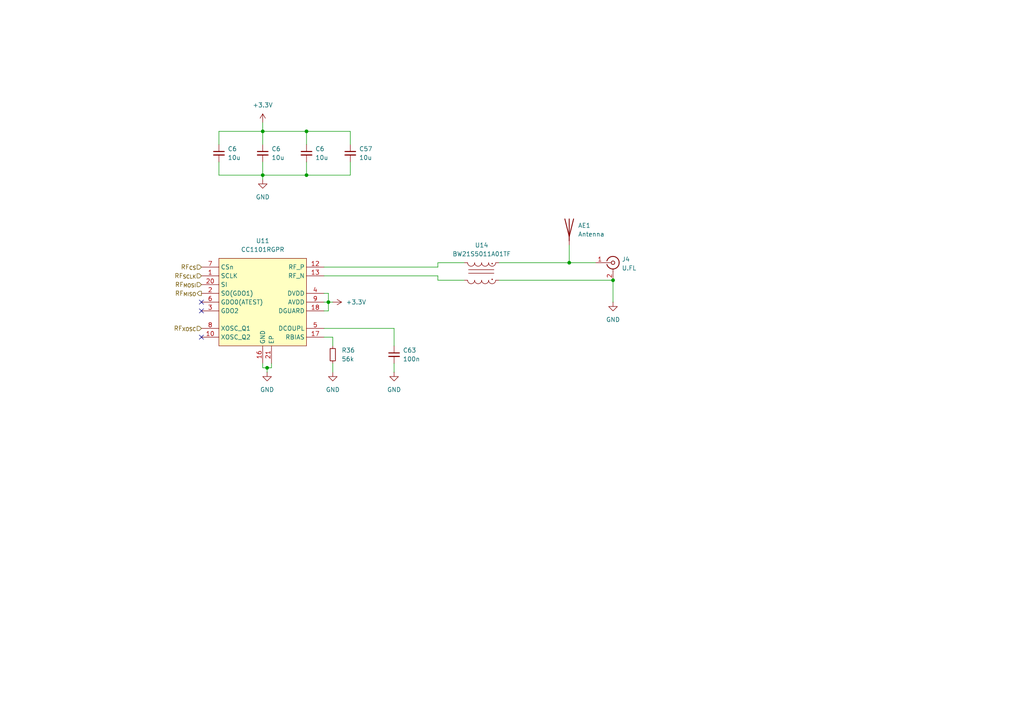
<source format=kicad_sch>
(kicad_sch (version 20250114) (generator "eeschema") (generator_version "9.0")
  (paper "A4")
  (title_block (title "Křeček") (date "2023-12-20") (rev "v0.9-wip") (company "DDM Spirála"))
  (lib_symbols
    (symbol "Connector:Conn_Coaxial" (pin_names (offset 1.016) (hide yes))
      (property "Reference" "J" (at 0.254 3.048 0))
      (property "Value" "Conn_Coaxial" (at 2.921 0 90))
      (symbol "Conn_Coaxial_0_1"
        (polyline (pts (xy -2.54 0) (xy -0.508 0)))
        (arc (start 1.778 0) (mid 0.222 -1.8079) (end -1.778 -0.508) (stroke (width 0.254)))
        (arc (start -1.778 0.508) (mid 0.2221 1.8084) (end 1.778 0) (stroke (width 0.254)))
        (circle (center 0 0) (radius 0.508) (stroke (width 0.2032)))
        (polyline (pts (xy 0 -2.54) (xy 0 -1.778)))
      )
      (symbol "Conn_Coaxial_1_1"
        (pin passive line (at -5.08 0 0) (length 2.54) (name "In") (number "1"))
        (pin passive line (at 0 -5.08 90) (length 2.54) (name "Ext") (number "2"))
      )
    )
    (symbol "Device:Antenna" (pin_numbers (hide yes)) (pin_names (offset 1.016) (hide yes))
      (property "Reference" "AE" (at -1.905 1.905 0))
      (property "Value" "Antenna" (at -1.905 0 0))
      (symbol "Antenna_0_1"
        (polyline (pts (xy 0 2.54) (xy 0 -3.81)) (stroke (width 0.254)))
        (polyline (pts (xy 1.27 2.54) (xy 0 -2.54) (xy -1.27 2.54)) (stroke (width 0.254)))
      )
      (symbol "Antenna_1_1"
        (pin input line (at 0 -5.08 90) (length 2.54) (name "A") (number "1"))
      )
    )
    (symbol "Device:C_Small" (pin_numbers (hide yes)) (pin_names (offset 0.254) (hide yes))
      (property "Reference" "C" (at 0.254 1.778 0))
      (property "Value" "C_Small" (at 0.254 -2.032 0))
      (symbol "C_Small_0_1"
        (polyline (pts (xy -1.524 0.508) (xy 1.524 0.508)) (stroke (width 0.3048)))
        (polyline (pts (xy -1.524 -0.508) (xy 1.524 -0.508)) (stroke (width 0.3302)))
      )
      (symbol "C_Small_1_1"
        (pin passive line (at 0 2.54 270) (length 2.032) (name "~") (number "1"))
        (pin passive line (at 0 -2.54 90) (length 2.032) (name "~") (number "2"))
      )
    )
    (symbol "Device:R_Small" (pin_numbers (hide yes)) (pin_names (offset 0.254) (hide yes))
      (property "Reference" "R" (at 0.762 0.508 0))
      (property "Value" "R_Small" (at 0.762 -1.016 0))
      (symbol "R_Small_0_1"
        (rectangle (start -0.762 1.778) (end 0.762 -1.778) (stroke (width 0.2032)))
      )
      (symbol "R_Small_1_1"
        (pin passive line (at 0 2.54 270) (length 0.762) (name "~") (number "1"))
        (pin passive line (at 0 -2.54 90) (length 0.762) (name "~") (number "2"))
      )
    )
    (symbol "LCSC:BW21S5011A01TF" (pin_numbers (hide yes)) (pin_names (hide yes))
      (property "Reference" "U" (at 0 7.62 0))
      (property "Value" "BW21S5011A01TF" (at 0 -7.62 0))
      (symbol "BW21S5011A01TF_0_1"
        (polyline (pts (xy -3.56 0.51) (xy 3.81 0.51)))
        (polyline (pts (xy -3.56 -0.51) (xy 3.81 -0.51)))
        (circle (center -3.05 2.29) (radius 0.13))
        (circle (center -3.05 -2.29) (radius 0.13))
        (arc (start -4.06 2.53) (mid -3.055 3.553) (end -2.03 2.55))
        (arc (start -4.06 -2.55) (mid -3.055 -1.527) (end -2.03 -2.53))
        (arc (start -2.03 2.53) (mid -1.025 3.553) (end 0 2.55))
        (arc (start -2.03 -2.55) (mid -1.025 -1.527) (end 0 -2.53))
        (arc (start 0 2.53) (mid 1.005 3.553) (end 2.03 2.55))
        (arc (start 0 -2.55) (mid 1.005 -1.527) (end 2.03 -2.53))
        (arc (start 2.03 2.53) (mid 3.035 3.553) (end 4.06 2.55))
        (arc (start 2.03 -2.55) (mid 3.035 -1.527) (end 4.06 -2.53))
      )
      (symbol "BW21S5011A01TF_1_1"
        (pin passive line (at -5.08 2.54 0) (length 1.016) (name "1") (number "1"))
        (pin passive line (at -5.08 -2.54 0) (length 1.016) (name "4") (number "4"))
        (pin passive line (at 5.08 2.54 180) (length 1.016) (name "2") (number "2"))
        (pin passive line (at 5.08 -2.54 180) (length 1.016) (name "3") (number "3"))
      )
    )
    (symbol "LCSC:CC1101RGPR"
      (property "Reference" "U" (at 0 20.32 0))
      (property "Value" "CC1101RGPR" (at -7.62 -10.16 0))
      (symbol "CC1101RGPR_1_1"
        (rectangle (start -12.7 17.78) (end 12.7 -7.62) (fill (type background)))
        (pin input line (at -17.78 15.24 0) (length 5.08) (name "CSn") (number "7"))
        (pin input line (at -17.78 12.7 0) (length 5.08) (name "SCLK") (number "1"))
        (pin input line (at -17.78 10.16 0) (length 5.08) (name "SI") (number "20"))
        (pin tri_state line (at -17.78 7.62 0) (length 5.08) (name "SO(GDO1)") (number "2"))
        (pin bidirectional line (at -17.78 5.08 0) (length 5.08) (name "GDO0(ATEST)") (number "6"))
        (pin output line (at -17.78 2.54 0) (length 5.08) (name "GDO2") (number "3"))
        (pin bidirectional line (at -17.78 -2.54 0) (length 5.08) (name "XOSC_Q1") (number "8"))
        (pin bidirectional line (at -17.78 -5.08 0) (length 5.08) (name "XOSC_Q2") (number "10"))
        (pin power_in line (at 0 -12.7 90) (length 5.08) (name "GND") (number "16"))
        (pin power_in line (at 0 -12.7 90) (length 5.08) (hide yes) (name "GND") (number "19"))
        (pin passive line (at 2.54 -12.7 90) (length 5.08) (name "EP") (number "21"))
        (pin bidirectional line (at 17.78 15.24 180) (length 5.08) (name "RF_P") (number "12"))
        (pin bidirectional line (at 17.78 12.7 180) (length 5.08) (name "RF_N") (number "13"))
        (pin power_in line (at 17.78 7.62 180) (length 5.08) (name "DVDD") (number "4"))
        (pin passive line (at 17.78 5.08 180) (length 5.08) (hide yes) (name "AVDD") (number "11"))
        (pin passive line (at 17.78 5.08 180) (length 5.08) (hide yes) (name "AVDD") (number "14"))
        (pin passive line (at 17.78 5.08 180) (length 5.08) (hide yes) (name "AVDD") (number "15"))
        (pin power_in line (at 17.78 5.08 180) (length 5.08) (name "AVDD") (number "9"))
        (pin power_in line (at 17.78 2.54 180) (length 5.08) (name "DGUARD") (number "18"))
        (pin passive line (at 17.78 -2.54 180) (length 5.08) (name "DCOUPL") (number "5"))
        (pin bidirectional line (at 17.78 -5.08 180) (length 5.08) (name "RBIAS") (number "17"))
      )
    )
    (symbol "power:+3.3V" (power) (pin_numbers (hide yes)) (pin_names (offset 0) (hide yes))
      (property "Value" "+3.3V" (at 0 3.556 0))
      (symbol "+3.3V_0_1"
        (polyline (pts (xy -0.762 1.27) (xy 0 2.54)))
        (polyline (pts (xy 0 2.54) (xy 0.762 1.27)))
        (polyline (pts (xy 0 0) (xy 0 2.54)))
      )
      (symbol "+3.3V_1_1"
        (pin power_in line (at 0 0 90) (length 0) (name "~") (number "1"))
      )
    )
    (symbol "power:GND" (power) (pin_numbers (hide yes)) (pin_names (offset 0) (hide yes))
      (property "Value" "GND" (at 0 -3.81 0))
      (symbol "GND_0_1"
        (polyline (pts (xy 0 0) (xy 0 -1.27) (xy 1.27 -1.27) (xy 0 -2.54) (xy -1.27 -1.27) (xy 0 -1.27)))
      )
      (symbol "GND_1_1"
        (pin power_in line (at 0 0 270) (length 0) (name "~") (number "1"))
      )
    )
  )
  (junction (at 88.9 50.8))
  (junction (at 76.2 50.8))
  (junction (at 95.25 87.63))
  (junction (at 165.1 76.2))
  (junction (at 77.47 106.68))
  (junction (at 88.9 38.1))
  (junction (at 177.8 81.28))
  (junction (at 76.2 38.1))
  (no_connect (at 58.42 87.63))
  (no_connect (at 58.42 97.79))
  (no_connect (at 58.42 90.17))
  (wire (pts (xy 95.25 85.09) (xy 95.25 87.63)))
  (wire (pts (xy 114.3 100.33) (xy 114.3 95.25)))
  (wire (pts (xy 76.2 50.8) (xy 76.2 46.99)))
  (wire (pts (xy 93.98 87.63) (xy 95.25 87.63)))
  (wire (pts (xy 134.62 76.2) (xy 127 76.2)))
  (wire (pts (xy 93.98 77.47) (xy 127 77.47)))
  (wire (pts (xy 88.9 38.1) (xy 88.9 41.91)))
  (wire (pts (xy 96.52 97.79) (xy 96.52 100.33)))
  (wire (pts (xy 134.62 81.28) (xy 127 81.28)))
  (wire (pts (xy 77.47 106.68) (xy 76.2 106.68)))
  (wire (pts (xy 63.5 38.1) (xy 63.5 41.91)))
  (wire (pts (xy 95.25 85.09) (xy 93.98 85.09)))
  (wire (pts (xy 76.2 38.1) (xy 76.2 41.91)))
  (wire (pts (xy 96.52 105.41) (xy 96.52 107.95)))
  (wire (pts (xy 63.5 50.8) (xy 63.5 46.99)))
  (wire (pts (xy 127 81.28) (xy 127 80.01)))
  (wire (pts (xy 93.98 97.79) (xy 96.52 97.79)))
  (wire (pts (xy 78.74 106.68) (xy 77.47 106.68)))
  (wire (pts (xy 144.78 81.28) (xy 177.8 81.28)))
  (wire (pts (xy 165.1 71.12) (xy 165.1 76.2)))
  (wire (pts (xy 165.1 76.2) (xy 172.72 76.2)))
  (wire (pts (xy 88.9 38.1) (xy 101.6 38.1)))
  (wire (pts (xy 93.98 95.25) (xy 114.3 95.25)))
  (wire (pts (xy 76.2 50.8) (xy 63.5 50.8)))
  (wire (pts (xy 96.52 87.63) (xy 95.25 87.63)))
  (wire (pts (xy 127 76.2) (xy 127 77.47)))
  (wire (pts (xy 93.98 80.01) (xy 127 80.01)))
  (wire (pts (xy 76.2 38.1) (xy 88.9 38.1)))
  (wire (pts (xy 114.3 105.41) (xy 114.3 107.95)))
  (wire (pts (xy 88.9 50.8) (xy 76.2 50.8)))
  (wire (pts (xy 76.2 35.56) (xy 76.2 38.1)))
  (wire (pts (xy 77.47 106.68) (xy 77.47 107.95)))
  (wire (pts (xy 144.78 76.2) (xy 165.1 76.2)))
  (wire (pts (xy 88.9 46.99) (xy 88.9 50.8)))
  (wire (pts (xy 101.6 46.99) (xy 101.6 50.8)))
  (wire (pts (xy 101.6 38.1) (xy 101.6 41.91)))
  (wire (pts (xy 88.9 50.8) (xy 101.6 50.8)))
  (wire (pts (xy 63.5 38.1) (xy 76.2 38.1)))
  (wire (pts (xy 78.74 105.41) (xy 78.74 106.68)))
  (wire (pts (xy 76.2 50.8) (xy 76.2 52.07)))
  (wire (pts (xy 177.8 81.28) (xy 177.8 87.63)))
  (wire (pts (xy 95.25 90.17) (xy 93.98 90.17)))
  (wire (pts (xy 76.2 106.68) (xy 76.2 105.41)))
  (wire (pts (xy 95.25 87.63) (xy 95.25 90.17)))
  (hierarchical_label "RF_{MOSI}" (shape input) (at 58.42 82.55 180))
  (hierarchical_label "RF_{CS}" (shape input) (at 58.42 77.47 180))
  (hierarchical_label "RF_{SCLK}" (shape input) (at 58.42 80.01 180))
  (hierarchical_label "RF_{XOSC}" (shape input) (at 58.42 95.25 180))
  (hierarchical_label "RF_{MISO}" (shape output) (at 58.42 85.09 180))
  (symbol (lib_id "power:+3.3V") (at 76.2 35.56 0) (unit 1)
    (property "Reference" "#PWR081" (effects (hide yes)))
    (property "Value" "+3.3V" (at 76.2 30.48 0))
    (property "Description" "Power symbol creates a global label with name \"+3.3V\"" (effects (hide yes)))
  )
  (symbol (lib_id "power:GND") (at 114.3 107.95 0) (unit 1)
    (property "Reference" "#PWR090" (effects (hide yes)))
    (property "Value" "GND" (at 114.3 113.03 0))
    (property "Description" "Power symbol creates a global label with name \"GND\" , ground" (effects (hide yes)))
  )
  (symbol (lib_id "Device:C_Small") (at 63.5 44.45 0) (mirror y) (unit 1)
    (property "Reference" "C54" (at 66.04 43.1863 0) (effects (justify right)))
    (property "Value" "10u" (at 66.04 45.7263 0) (effects (justify right)))
    (property "Footprint" "Capacitor_SMD:C_0402_1005Metric" (effects (hide yes)))
    (property "Description" "Unpolarized capacitor, small symbol" (effects (hide yes)))
    (property "LCSC Part" "C15525" (effects (hide yes)))
    (instances (project "barbecue" (path "" (reference "C6") (unit 1))) (project "bento-vna" (path "" (reference "C2") (unit 1))) (project "pipi" (path "" (reference "C2") (unit 1)) (path "" (reference "C2") (unit 1)) (path "" (reference "C2") (unit 1))) (project "pipi" (path "" (reference "C2") (unit 1))) (project "krecek" (path "" (reference "C54") (unit 1))))
  )
  (symbol (lib_id "power:GND") (at 77.47 107.95 0) (unit 1)
    (property "Reference" "#PWR088" (effects (hide yes)))
    (property "Value" "GND" (at 77.47 113.03 0))
    (property "Description" "Power symbol creates a global label with name \"GND\" , ground" (effects (hide yes)))
  )
  (symbol (lib_id "power:GND") (at 177.8 87.63 0) (unit 1)
    (property "Reference" "#PWR087" (effects (hide yes)))
    (property "Value" "GND" (at 177.8 92.71 0))
    (property "Description" "Power symbol creates a global label with name \"GND\" , ground" (effects (hide yes)))
  )
  (symbol (lib_id "power:+3.3V") (at 96.52 87.63 270) (unit 1)
    (property "Reference" "#PWR084" (effects (hide yes)))
    (property "Value" "+3.3V" (at 100.33 87.63 90) (effects (justify left)))
    (property "Description" "Power symbol creates a global label with name \"+3.3V\"" (effects (hide yes)))
  )
  (symbol (lib_id "Device:Antenna") (at 165.1 66.04 0) (unit 1)
    (property "Reference" "AE1" (at 167.64 65.405 0) (effects (justify left)))
    (property "Value" "Antenna" (at 167.64 67.945 0) (effects (justify left)))
    (property "Footprint" "LCSC:ANT-TH_T14-433M" (effects (hide yes)))
    (property "Description" "Antenna" (effects (hide yes)))
    (property "LCSC Part" "C381188" (effects (hide yes)))
  )
  (symbol (lib_id "power:GND") (at 96.52 107.95 0) (unit 1)
    (property "Reference" "#PWR089" (effects (hide yes)))
    (property "Value" "GND" (at 96.52 113.03 0))
    (property "Description" "Power symbol creates a global label with name \"GND\" , ground" (effects (hide yes)))
  )
  (symbol (lib_id "Device:C_Small") (at 88.9 44.45 0) (mirror y) (unit 1)
    (property "Reference" "C56" (at 91.44 43.1863 0) (effects (justify right)))
    (property "Value" "10u" (at 91.44 45.7263 0) (effects (justify right)))
    (property "Footprint" "Capacitor_SMD:C_0402_1005Metric" (effects (hide yes)))
    (property "Description" "Unpolarized capacitor, small symbol" (effects (hide yes)))
    (property "LCSC Part" "C15525" (effects (hide yes)))
    (instances (project "barbecue" (path "" (reference "C6") (unit 1))) (project "bento-vna" (path "" (reference "C2") (unit 1))) (project "pipi" (path "" (reference "C2") (unit 1)) (path "" (reference "C2") (unit 1)) (path "" (reference "C2") (unit 1))) (project "pipi" (path "" (reference "C2") (unit 1))) (project "krecek" (path "" (reference "C56") (unit 1))))
  )
  (symbol (lib_id "power:GND") (at 76.2 52.07 0) (unit 1)
    (property "Reference" "#PWR082" (effects (hide yes)))
    (property "Value" "GND" (at 76.2 57.15 0))
    (property "Description" "Power symbol creates a global label with name \"GND\" , ground" (effects (hide yes)))
    (instances (project "pipi" (path "" (reference "#PWR056") (unit 1))) (project "krecek" (path "" (reference "#PWR082") (unit 1))))
  )
  (symbol (lib_id "LCSC:CC1101RGPR") (at 76.2 92.71 0) (unit 1)
    (property "Reference" "U11" (at 76.2 69.85 0))
    (property "Value" "CC1101RGPR" (at 76.2 72.39 0))
    (property "Footprint" "LCSC:QFN-20_L4.0-W4.0-P0.5-TL-EP" (effects (hide yes)))
    (property "Datasheet" "https://lcsc.com/product-detail/RF-Transceiver-ICs_TI_CC1101RGPR_CC1101RGPR_C29953.html" (effects (hide yes)))
    (property "LCSC Part" "C29953" (effects (hide yes)))
  )
  (symbol (lib_id "Device:C_Small") (at 114.3 102.87 0) (mirror y) (unit 1)
    (property "Reference" "C63" (at 116.84 101.6063 0) (effects (justify right)))
    (property "Value" "100n" (at 116.84 104.1463 0) (effects (justify right)))
    (property "Footprint" "Capacitor_SMD:C_0402_1005Metric" (effects (hide yes)))
    (property "Description" "Unpolarized capacitor, small symbol" (effects (hide yes)))
    (property "LCSC Part" "C307331" (effects (hide yes)))
  )
  (symbol (lib_id "Device:C_Small") (at 76.2 44.45 0) (mirror y) (unit 1)
    (property "Reference" "C55" (at 78.74 43.1863 0) (effects (justify right)))
    (property "Value" "10u" (at 78.74 45.7263 0) (effects (justify right)))
    (property "Footprint" "Capacitor_SMD:C_0402_1005Metric" (effects (hide yes)))
    (property "Description" "Unpolarized capacitor, small symbol" (effects (hide yes)))
    (property "LCSC Part" "C15525" (effects (hide yes)))
    (instances (project "barbecue" (path "" (reference "C6") (unit 1))) (project "bento-vna" (path "" (reference "C2") (unit 1))) (project "pipi" (path "" (reference "C2") (unit 1)) (path "" (reference "C2") (unit 1)) (path "" (reference "C2") (unit 1))) (project "pipi" (path "" (reference "C2") (unit 1))) (project "krecek" (path "" (reference "C55") (unit 1))))
  )
  (symbol (lib_id "Device:C_Small") (at 101.6 44.45 0) (mirror y) (unit 1)
    (property "Reference" "C57" (at 104.14 43.1863 0) (effects (justify right)))
    (property "Value" "10u" (at 104.14 45.7263 0) (effects (justify right)))
    (property "Footprint" "Capacitor_SMD:C_0402_1005Metric" (effects (hide yes)))
    (property "Description" "Unpolarized capacitor, small symbol" (effects (hide yes)))
    (property "LCSC Part" "C15525" (effects (hide yes)))
  )
  (symbol (lib_id "Connector:Conn_Coaxial") (at 177.8 76.2 0) (unit 1)
    (property "Reference" "J4" (at 180.34 75.2232 0) (effects (justify left)))
    (property "Value" "U.FL" (at 180.34 77.7632 0) (effects (justify left)))
    (property "Footprint" "Connector_Coaxial:U.FL_Hirose_U.FL-R-SMT-1_Vertical" (effects (hide yes)))
    (property "Description" "coaxial connector (BNC, SMA, SMB, SMC, Cinch/RCA, LEMO, ...)" (effects (hide yes)))
    (property "LCSC Part" "C5137195" (effects (hide yes)))
  )
  (symbol (lib_id "Device:R_Small") (at 96.52 102.87 0) (unit 1)
    (property "Reference" "R36" (at 99.06 101.6 0) (effects (justify left)))
    (property "Value" "56k" (at 99.06 104.14 0) (effects (justify left)))
    (property "Footprint" "Resistor_SMD:R_0603_1608Metric" (effects (hide yes)))
    (property "Description" "Resistor, small symbol" (effects (hide yes)))
    (property "LCSC Part" "C23206" (effects (hide yes)))
  )
  (symbol (lib_id "LCSC:BW21S5011A01TF") (at 139.7 78.74 180) (unit 1)
    (property "Reference" "U14" (at 139.7 71.12 0))
    (property "Value" "BW21S5011A01TF" (at 139.7 73.66 0))
    (property "Footprint" "LCSC:FILTER-SMD_4P-L2.0-W1.2-BL-1" (effects (hide yes)))
    (property "LCSC Part" "C5604728" (effects (hide yes)))
  )
)
</source>
